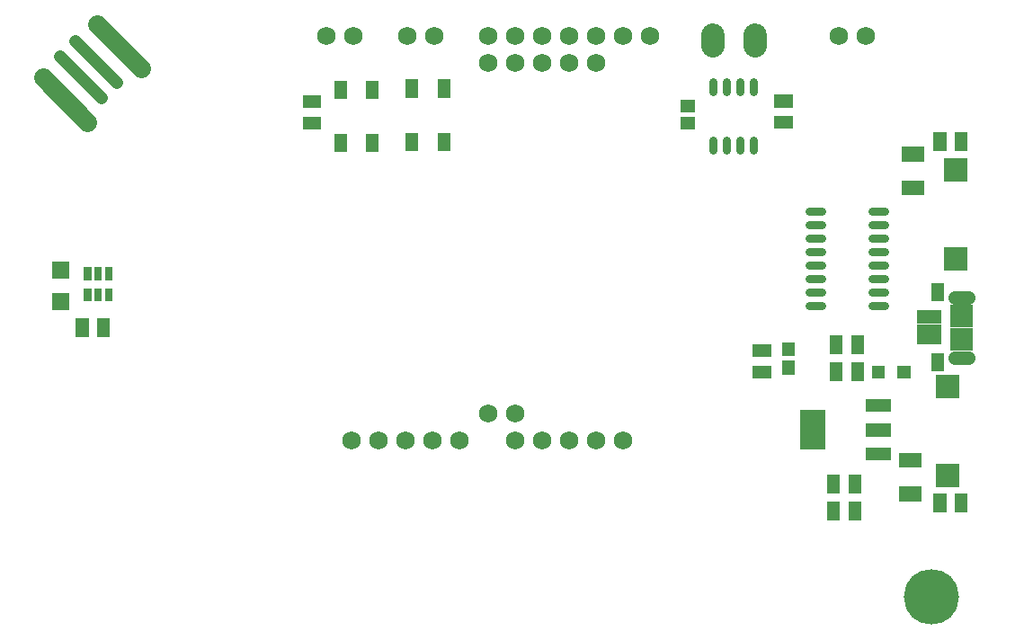
<source format=gts>
G04 Layer: TopSolderMaskLayer*
G04 EasyEDA v6.3.52, 2020-06-08T18:28:06+08:00*
G04 b620e5eaaf5e4283affdf04958e78c07,0271aa7b776e406f8d319a2d24a91b4c,10*
G04 Gerber Generator version 0.2*
G04 Scale: 100 percent, Rotated: No, Reflected: No *
G04 Dimensions in millimeters *
G04 leading zeros omitted , absolute positions ,3 integer and 3 decimal *
%FSLAX33Y33*%
%MOMM*%
G90*
G71D02*

%ADD49C,1.803197*%
%ADD50C,1.203198*%
%ADD51C,1.303198*%
%ADD52C,0.803199*%
%ADD53C,2.203196*%
%ADD54C,5.203190*%
%ADD63C,1.727200*%
%ADD65R,2.403196X3.703193*%
%ADD66R,2.403196X1.303198*%

%LPD*%
G54D49*
G01X10495Y54406D02*
G01X6323Y58578D01*
G01X5466Y49377D02*
G01X1294Y53549D01*
G54D50*
G01X8198Y53111D02*
G01X4309Y57000D01*
G01X6761Y51674D02*
G01X2872Y55563D01*
G54D51*
G01X87108Y32852D02*
G01X88408Y32852D01*
G01X87108Y27203D02*
G01X88408Y27203D01*
G54D52*
G01X68199Y52246D02*
G01X68199Y53166D01*
G01X66929Y52246D02*
G01X66929Y53166D01*
G01X65659Y52246D02*
G01X65659Y53166D01*
G01X64389Y52246D02*
G01X64389Y53166D01*
G01X68199Y46767D02*
G01X68199Y47687D01*
G01X66929Y46767D02*
G01X66929Y47687D01*
G01X65659Y46767D02*
G01X65659Y47687D01*
G01X64389Y46767D02*
G01X64389Y47687D01*
G01X79333Y32060D02*
G01X80533Y32060D01*
G01X79333Y33330D02*
G01X80533Y33330D01*
G01X79333Y34600D02*
G01X80533Y34600D01*
G01X79333Y35870D02*
G01X80533Y35870D01*
G01X79333Y37140D02*
G01X80533Y37140D01*
G01X79333Y38410D02*
G01X80533Y38410D01*
G01X79333Y39680D02*
G01X80533Y39680D01*
G01X79333Y40950D02*
G01X80533Y40950D01*
G01X73390Y32060D02*
G01X74590Y32060D01*
G01X73390Y33330D02*
G01X74590Y33330D01*
G01X73390Y34600D02*
G01X74590Y34600D01*
G01X73390Y35870D02*
G01X74590Y35870D01*
G01X73390Y37140D02*
G01X74590Y37140D01*
G01X73390Y38410D02*
G01X74590Y38410D01*
G01X73390Y39680D02*
G01X74590Y39680D01*
G01X73390Y40950D02*
G01X74590Y40950D01*
G54D53*
G01X68326Y57579D02*
G01X68326Y56579D01*
G01X64326Y57579D02*
G01X64326Y56579D01*
G54D54*
G01X84963Y4628D03*
G36*
G01X83555Y28425D02*
G01X83555Y29029D01*
G01X85859Y29029D01*
G01X85859Y28425D01*
G01X83555Y28425D01*
G37*
G36*
G01X83555Y29075D02*
G01X83555Y29680D01*
G01X85859Y29680D01*
G01X85859Y29075D01*
G01X83555Y29075D01*
G37*
G36*
G01X83555Y29725D02*
G01X83555Y30330D01*
G01X85859Y30330D01*
G01X85859Y29725D01*
G01X83555Y29725D01*
G37*
G36*
G01X83555Y30375D02*
G01X83555Y30980D01*
G01X85859Y30980D01*
G01X85859Y30375D01*
G01X83555Y30375D01*
G37*
G36*
G01X83555Y31026D02*
G01X83555Y31630D01*
G01X85859Y31630D01*
G01X85859Y31026D01*
G01X83555Y31026D01*
G37*
G36*
G01X84907Y25877D02*
G01X84907Y27579D01*
G01X86108Y27579D01*
G01X86108Y25877D01*
G01X84907Y25877D01*
G37*
G36*
G01X84907Y32476D02*
G01X84907Y34178D01*
G01X86108Y34178D01*
G01X86108Y32476D01*
G01X84907Y32476D01*
G37*
G36*
G01X86705Y27876D02*
G01X86705Y29979D01*
G01X88808Y29979D01*
G01X88808Y27876D01*
G01X86705Y27876D01*
G37*
G36*
G01X86705Y30076D02*
G01X86705Y32179D01*
G01X88808Y32179D01*
G01X88808Y30076D01*
G01X86705Y30076D01*
G37*
G36*
G01X5125Y32489D02*
G01X5125Y33693D01*
G01X5826Y33693D01*
G01X5826Y32489D01*
G01X5125Y32489D01*
G37*
G36*
G01X6126Y32489D02*
G01X6126Y33693D01*
G01X6827Y33693D01*
G01X6827Y32489D01*
G01X6126Y32489D01*
G37*
G36*
G01X7127Y32489D02*
G01X7127Y33693D01*
G01X7828Y33693D01*
G01X7828Y32489D01*
G01X7127Y32489D01*
G37*
G36*
G01X7127Y34490D02*
G01X7127Y35694D01*
G01X7828Y35694D01*
G01X7828Y34490D01*
G01X7127Y34490D01*
G37*
G36*
G01X6126Y34490D02*
G01X6126Y35694D01*
G01X6827Y35694D01*
G01X6827Y34490D01*
G01X6126Y34490D01*
G37*
G36*
G01X5125Y34490D02*
G01X5125Y35694D01*
G01X5826Y35694D01*
G01X5826Y34490D01*
G01X5125Y34490D01*
G37*
G36*
G01X70904Y25608D02*
G01X70904Y26903D01*
G01X72097Y26903D01*
G01X72097Y25608D01*
G01X70904Y25608D01*
G37*
G36*
G01X70904Y27310D02*
G01X70904Y28605D01*
G01X72097Y28605D01*
G01X72097Y27310D01*
G01X70904Y27310D01*
G37*
G36*
G01X2118Y31663D02*
G01X2118Y33266D01*
G01X3723Y33266D01*
G01X3723Y31663D01*
G01X2118Y31663D01*
G37*
G36*
G01X2118Y34663D02*
G01X2118Y36266D01*
G01X3723Y36266D01*
G01X3723Y34663D01*
G01X2118Y34663D01*
G37*
G36*
G01X75359Y27500D02*
G01X75359Y29253D01*
G01X76563Y29253D01*
G01X76563Y27500D01*
G01X75359Y27500D01*
G37*
G36*
G01X77360Y27500D02*
G01X77360Y29253D01*
G01X78564Y29253D01*
G01X78564Y27500D01*
G01X77360Y27500D01*
G37*
G36*
G01X75359Y24960D02*
G01X75359Y26713D01*
G01X76563Y26713D01*
G01X76563Y24960D01*
G01X75359Y24960D01*
G37*
G36*
G01X77360Y24960D02*
G01X77360Y26713D01*
G01X78564Y26713D01*
G01X78564Y24960D01*
G01X77360Y24960D01*
G37*
G36*
G01X75105Y14419D02*
G01X75105Y16172D01*
G01X76309Y16172D01*
G01X76309Y14419D01*
G01X75105Y14419D01*
G37*
G36*
G01X77106Y14419D02*
G01X77106Y16172D01*
G01X78310Y16172D01*
G01X78310Y14419D01*
G01X77106Y14419D01*
G37*
G36*
G01X75105Y11879D02*
G01X75105Y13632D01*
G01X76309Y13632D01*
G01X76309Y11879D01*
G01X75105Y11879D01*
G37*
G36*
G01X77106Y11879D02*
G01X77106Y13632D01*
G01X78310Y13632D01*
G01X78310Y11879D01*
G01X77106Y11879D01*
G37*
G36*
G01X25730Y48681D02*
G01X25730Y49885D01*
G01X27482Y49885D01*
G01X27482Y48681D01*
G01X25730Y48681D01*
G37*
G36*
G01X25730Y50683D02*
G01X25730Y51887D01*
G01X27482Y51887D01*
G01X27482Y50683D01*
G01X25730Y50683D01*
G37*
G36*
G01X70116Y50746D02*
G01X70116Y51950D01*
G01X71869Y51950D01*
G01X71869Y50746D01*
G01X70116Y50746D01*
G37*
G36*
G01X70116Y48745D02*
G01X70116Y49949D01*
G01X71869Y49949D01*
G01X71869Y48745D01*
G01X70116Y48745D01*
G37*
G36*
G01X85138Y46677D02*
G01X85138Y48430D01*
G01X86342Y48430D01*
G01X86342Y46677D01*
G01X85138Y46677D01*
G37*
G36*
G01X87139Y46677D02*
G01X87139Y48430D01*
G01X88343Y48430D01*
G01X88343Y46677D01*
G01X87139Y46677D01*
G37*
G36*
G01X85138Y12641D02*
G01X85138Y14394D01*
G01X86342Y14394D01*
G01X86342Y12641D01*
G01X85138Y12641D01*
G37*
G36*
G01X87139Y12641D02*
G01X87139Y14394D01*
G01X88343Y14394D01*
G01X88343Y12641D01*
G01X87139Y12641D01*
G37*
G36*
G01X6367Y29151D02*
G01X6367Y30904D01*
G01X7571Y30904D01*
G01X7571Y29151D01*
G01X6367Y29151D01*
G37*
G36*
G01X4366Y29151D02*
G01X4366Y30904D01*
G01X5570Y30904D01*
G01X5570Y29151D01*
G01X4366Y29151D01*
G37*
G36*
G01X68084Y27251D02*
G01X68084Y28455D01*
G01X69837Y28455D01*
G01X69837Y27251D01*
G01X68084Y27251D01*
G37*
G36*
G01X68084Y25250D02*
G01X68084Y26454D01*
G01X69837Y26454D01*
G01X69837Y25250D01*
G01X68084Y25250D01*
G37*
G54D63*
G01X43180Y21900D03*
G01X45720Y21900D03*
G01X30480Y57460D03*
G01X27940Y57460D03*
G01X76200Y57460D03*
G01X78740Y57460D03*
G01X55880Y57460D03*
G01X58420Y57460D03*
G01X38100Y57460D03*
G01X35560Y57460D03*
G01X30353Y19360D03*
G01X32893Y19360D03*
G01X35433Y19360D03*
G01X37973Y19360D03*
G01X40513Y19360D03*
G01X45720Y19360D03*
G01X48260Y19360D03*
G01X50800Y19360D03*
G01X53340Y19360D03*
G01X55880Y19360D03*
G01X53340Y54920D03*
G01X50800Y54920D03*
G01X48260Y54920D03*
G01X45720Y54920D03*
G01X43180Y54920D03*
G01X53340Y57460D03*
G01X50800Y57460D03*
G01X48260Y57460D03*
G01X45720Y57460D03*
G01X43180Y57460D03*
G36*
G01X35427Y46680D02*
G01X35427Y48382D01*
G01X36629Y48382D01*
G01X36629Y46680D01*
G01X35427Y46680D01*
G37*
G36*
G01X38427Y46680D02*
G01X38427Y48382D01*
G01X39629Y48382D01*
G01X39629Y46680D01*
G01X38427Y46680D01*
G37*
G36*
G01X38427Y51678D02*
G01X38427Y53383D01*
G01X39629Y53383D01*
G01X39629Y51678D01*
G01X38427Y51678D01*
G37*
G36*
G01X35427Y51678D02*
G01X35427Y53383D01*
G01X36629Y53383D01*
G01X36629Y51678D01*
G01X35427Y51678D01*
G37*
G36*
G01X28696Y46553D02*
G01X28696Y48255D01*
G01X29898Y48255D01*
G01X29898Y46553D01*
G01X28696Y46553D01*
G37*
G36*
G01X31696Y46553D02*
G01X31696Y48255D01*
G01X32898Y48255D01*
G01X32898Y46553D01*
G01X31696Y46553D01*
G37*
G36*
G01X31696Y51551D02*
G01X31696Y53256D01*
G01X32898Y53256D01*
G01X32898Y51551D01*
G01X31696Y51551D01*
G37*
G36*
G01X28696Y51551D02*
G01X28696Y53256D01*
G01X29898Y53256D01*
G01X29898Y51551D01*
G01X28696Y51551D01*
G37*
G36*
G01X81752Y25235D02*
G01X81752Y26438D01*
G01X82953Y26438D01*
G01X82953Y25235D01*
G01X81752Y25235D01*
G37*
G36*
G01X79352Y25235D02*
G01X79352Y26438D01*
G01X80553Y26438D01*
G01X80553Y25235D01*
G01X79352Y25235D01*
G37*
G54D65*
G01X73736Y20376D03*
G54D66*
G01X79933Y22675D03*
G36*
G01X78732Y19723D02*
G01X78732Y21028D01*
G01X81135Y21028D01*
G01X81135Y19723D01*
G01X78732Y19723D01*
G37*
G01X79933Y18076D03*
G36*
G01X61323Y50292D02*
G01X61323Y51496D01*
G01X62628Y51496D01*
G01X62628Y50292D01*
G01X61323Y50292D01*
G37*
G36*
G01X61323Y48691D02*
G01X61323Y49895D01*
G01X62628Y49895D01*
G01X62628Y48691D01*
G01X61323Y48691D01*
G37*
G36*
G01X86146Y35395D02*
G01X86146Y37597D01*
G01X88351Y37597D01*
G01X88351Y35395D01*
G01X86146Y35395D01*
G37*
G36*
G01X86146Y43794D02*
G01X86146Y45996D01*
G01X88351Y45996D01*
G01X88351Y43794D01*
G01X86146Y43794D01*
G37*
G36*
G01X85384Y23347D02*
G01X85384Y25549D01*
G01X87589Y25549D01*
G01X87589Y23347D01*
G01X85384Y23347D01*
G37*
G36*
G01X85384Y14948D02*
G01X85384Y17150D01*
G01X87589Y17150D01*
G01X87589Y14948D01*
G01X85384Y14948D01*
G37*
G36*
G01X82133Y42458D02*
G01X82133Y43860D01*
G01X84236Y43860D01*
G01X84236Y42458D01*
G01X82133Y42458D01*
G37*
G36*
G01X82133Y45659D02*
G01X82133Y47061D01*
G01X84236Y47061D01*
G01X84236Y45659D01*
G01X82133Y45659D01*
G37*
G36*
G01X81879Y16830D02*
G01X81879Y18232D01*
G01X83982Y18232D01*
G01X83982Y16830D01*
G01X81879Y16830D01*
G37*
G36*
G01X81879Y13629D02*
G01X81879Y15031D01*
G01X83982Y15031D01*
G01X83982Y13629D01*
G01X81879Y13629D01*
G37*
M00*
M02*

</source>
